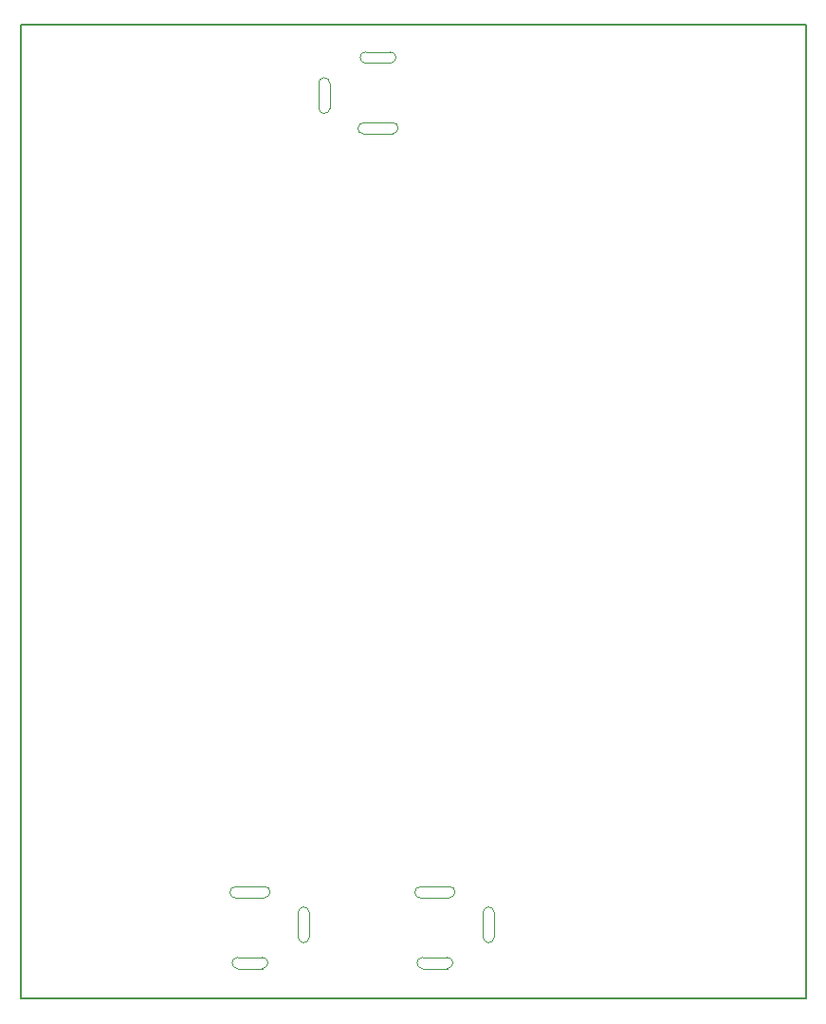
<source format=gm1>
G04 #@! TF.GenerationSoftware,KiCad,Pcbnew,(5.1.10)-1*
G04 #@! TF.CreationDate,2021-11-18T00:00:46-06:00*
G04 #@! TF.ProjectId,Kitty_Cannon_Schematic,4b697474-795f-4436-916e-6e6f6e5f5363,rev?*
G04 #@! TF.SameCoordinates,Original*
G04 #@! TF.FileFunction,Profile,NP*
%FSLAX46Y46*%
G04 Gerber Fmt 4.6, Leading zero omitted, Abs format (unit mm)*
G04 Created by KiCad (PCBNEW (5.1.10)-1) date 2021-11-18 00:00:46*
%MOMM*%
%LPD*%
G01*
G04 APERTURE LIST*
G04 #@! TA.AperFunction,Profile*
%ADD10C,0.152400*%
G04 #@! TD*
G04 #@! TA.AperFunction,Profile*
%ADD11C,0.050000*%
G04 #@! TD*
G04 APERTURE END LIST*
D10*
X185420000Y-61722000D02*
X185420000Y-148590000D01*
X115316000Y-61722000D02*
X185420000Y-61722000D01*
X115316000Y-148590000D02*
X115316000Y-61722000D01*
X185420000Y-148590000D02*
X115316000Y-148590000D01*
D11*
X145881100Y-71413600D02*
G75*
G02*
X145431100Y-70963600I0J450000D01*
G01*
X145431100Y-70963600D02*
G75*
G02*
X145981100Y-70413600I550000J0D01*
G01*
X148531100Y-70413600D02*
G75*
G02*
X149031100Y-70913600I0J-500000D01*
G01*
X149031100Y-70913600D02*
G75*
G02*
X148531100Y-71413600I-500000J0D01*
G01*
X142931100Y-69113600D02*
G75*
G02*
X142431100Y-69613600I-500000J0D01*
G01*
X142431100Y-69613600D02*
G75*
G02*
X141931100Y-69113600I0J500000D01*
G01*
X141931100Y-66913600D02*
G75*
G02*
X142431100Y-66413600I500000J0D01*
G01*
X142431100Y-66413600D02*
G75*
G02*
X142931100Y-66913600I0J-500000D01*
G01*
X146131101Y-65113599D02*
G75*
G02*
X145631100Y-64613600I-1J500000D01*
G01*
X145631100Y-64613600D02*
G75*
G02*
X146131100Y-64113600I500000J0D01*
G01*
X148331100Y-64113600D02*
G75*
G02*
X148831100Y-64613600I0J-500000D01*
G01*
X148831101Y-64613599D02*
G75*
G02*
X148331100Y-65113600I-500001J0D01*
G01*
X148331100Y-64113600D02*
X146131100Y-64113600D01*
X146131100Y-65113600D02*
X148331100Y-65113600D01*
X141931100Y-66913600D02*
X141931100Y-69113600D01*
X142931100Y-69113600D02*
X142931100Y-66913600D01*
X148531100Y-70413600D02*
X145981100Y-70413600D01*
X145881100Y-71413600D02*
X148531100Y-71413600D01*
X137151100Y-138593600D02*
G75*
G02*
X137601100Y-139043600I0J-450000D01*
G01*
X137601100Y-139043600D02*
G75*
G02*
X137051100Y-139593600I-550000J0D01*
G01*
X134501100Y-139593600D02*
G75*
G02*
X134001100Y-139093600I0J500000D01*
G01*
X134001100Y-139093600D02*
G75*
G02*
X134501100Y-138593600I500000J0D01*
G01*
X140101100Y-140893600D02*
G75*
G02*
X140601100Y-140393600I500000J0D01*
G01*
X140601100Y-140393600D02*
G75*
G02*
X141101100Y-140893600I0J-500000D01*
G01*
X141101100Y-143093600D02*
G75*
G02*
X140601100Y-143593600I-500000J0D01*
G01*
X140601100Y-143593600D02*
G75*
G02*
X140101100Y-143093600I0J500000D01*
G01*
X136901099Y-144893601D02*
G75*
G02*
X137401100Y-145393600I1J-500000D01*
G01*
X137401100Y-145393600D02*
G75*
G02*
X136901100Y-145893600I-500000J0D01*
G01*
X134701100Y-145893600D02*
G75*
G02*
X134201100Y-145393600I0J500000D01*
G01*
X134201099Y-145393601D02*
G75*
G02*
X134701100Y-144893600I500001J0D01*
G01*
X134701100Y-145893600D02*
X136901100Y-145893600D01*
X136901100Y-144893600D02*
X134701100Y-144893600D01*
X141101100Y-143093600D02*
X141101100Y-140893600D01*
X140101100Y-140893600D02*
X140101100Y-143093600D01*
X134501100Y-139593600D02*
X137051100Y-139593600D01*
X137151100Y-138593600D02*
X134501100Y-138593600D01*
X150711099Y-145393601D02*
G75*
G02*
X151211100Y-144893600I500001J0D01*
G01*
X151211100Y-145893600D02*
G75*
G02*
X150711100Y-145393600I0J500000D01*
G01*
X153911100Y-145393600D02*
G75*
G02*
X153411100Y-145893600I-500000J0D01*
G01*
X153411099Y-144893601D02*
G75*
G02*
X153911100Y-145393600I1J-500000D01*
G01*
X157111100Y-143593600D02*
G75*
G02*
X156611100Y-143093600I0J500000D01*
G01*
X157611100Y-143093600D02*
G75*
G02*
X157111100Y-143593600I-500000J0D01*
G01*
X157111100Y-140393600D02*
G75*
G02*
X157611100Y-140893600I0J-500000D01*
G01*
X156611100Y-140893600D02*
G75*
G02*
X157111100Y-140393600I500000J0D01*
G01*
X150511100Y-139093600D02*
G75*
G02*
X151011100Y-138593600I500000J0D01*
G01*
X151011100Y-139593600D02*
G75*
G02*
X150511100Y-139093600I0J500000D01*
G01*
X154111100Y-139043600D02*
G75*
G02*
X153561100Y-139593600I-550000J0D01*
G01*
X153661100Y-138593600D02*
G75*
G02*
X154111100Y-139043600I0J-450000D01*
G01*
X151211100Y-145893600D02*
X153411100Y-145893600D01*
X153411100Y-144893600D02*
X151211100Y-144893600D01*
X157611100Y-143093600D02*
X157611100Y-140893600D01*
X156611100Y-140893600D02*
X156611100Y-143093600D01*
X151011100Y-139593600D02*
X153561100Y-139593600D01*
X153661100Y-138593600D02*
X151011100Y-138593600D01*
M02*

</source>
